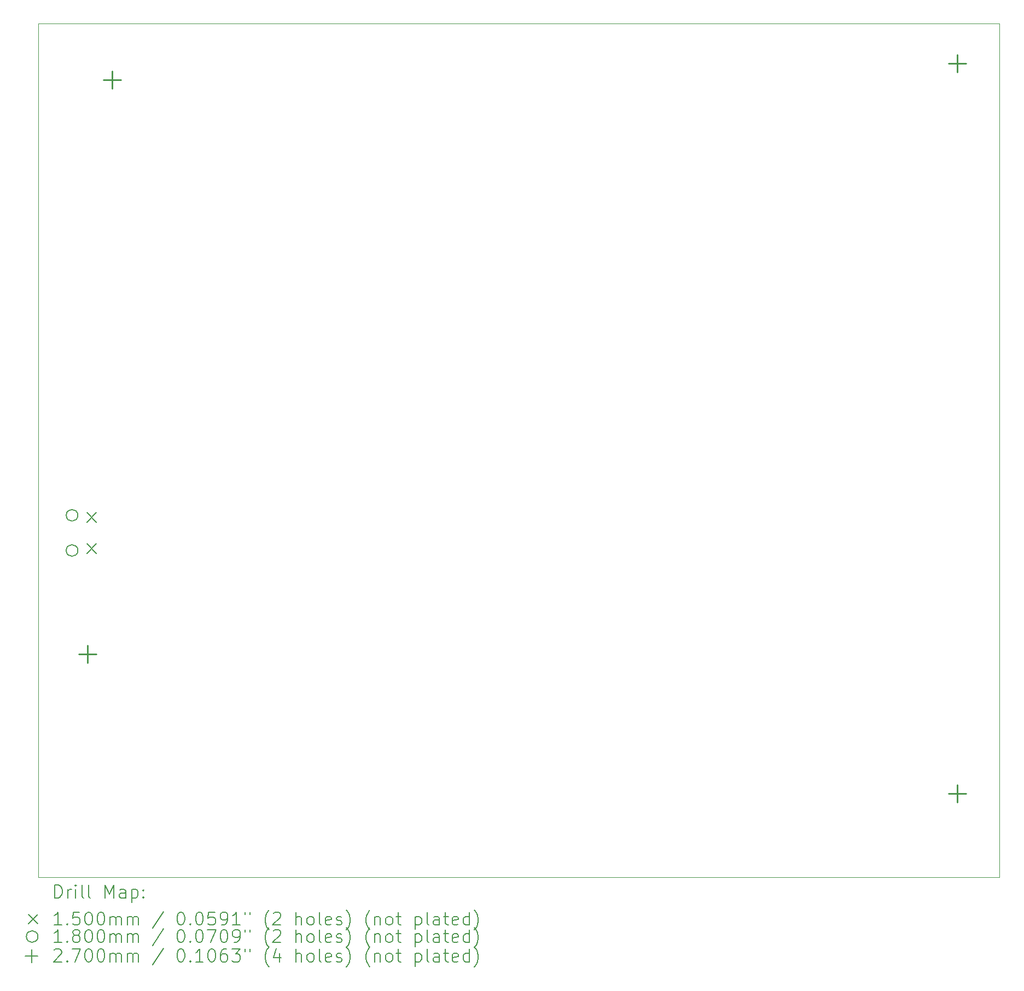
<source format=gbr>
%TF.GenerationSoftware,KiCad,Pcbnew,8.0.0*%
%TF.CreationDate,2024-03-08T17:43:32-03:00*%
%TF.ProjectId,usbflashprog,75736266-6c61-4736-9870-726f672e6b69,v0.3.0 rev.A*%
%TF.SameCoordinates,Original*%
%TF.FileFunction,Drillmap*%
%TF.FilePolarity,Positive*%
%FSLAX45Y45*%
G04 Gerber Fmt 4.5, Leading zero omitted, Abs format (unit mm)*
G04 Created by KiCad (PCBNEW 8.0.0) date 2024-03-08 17:43:32*
%MOMM*%
%LPD*%
G01*
G04 APERTURE LIST*
%ADD10C,0.100000*%
%ADD11C,0.200000*%
%ADD12C,0.150000*%
%ADD13C,0.180000*%
%ADD14C,0.270000*%
G04 APERTURE END LIST*
D10*
X6477500Y-2431400D02*
X21354500Y-2431400D01*
X21354500Y-15647400D01*
X6477500Y-15647400D01*
X6477500Y-2431400D01*
D11*
D12*
X7228000Y-9995900D02*
X7378000Y-10145900D01*
X7378000Y-9995900D02*
X7228000Y-10145900D01*
X7228000Y-10480900D02*
X7378000Y-10630900D01*
X7378000Y-10480900D02*
X7228000Y-10630900D01*
D13*
X7090000Y-10040900D02*
G75*
G02*
X6910000Y-10040900I-90000J0D01*
G01*
X6910000Y-10040900D02*
G75*
G02*
X7090000Y-10040900I90000J0D01*
G01*
X7090000Y-10585900D02*
G75*
G02*
X6910000Y-10585900I-90000J0D01*
G01*
X6910000Y-10585900D02*
G75*
G02*
X7090000Y-10585900I90000J0D01*
G01*
D14*
X7239000Y-12057000D02*
X7239000Y-12327000D01*
X7104000Y-12192000D02*
X7374000Y-12192000D01*
X7620000Y-3167000D02*
X7620000Y-3437000D01*
X7485000Y-3302000D02*
X7755000Y-3302000D01*
X20701000Y-2913000D02*
X20701000Y-3183000D01*
X20566000Y-3048000D02*
X20836000Y-3048000D01*
X20701000Y-14216000D02*
X20701000Y-14486000D01*
X20566000Y-14351000D02*
X20836000Y-14351000D01*
D11*
X6733277Y-15963884D02*
X6733277Y-15763884D01*
X6733277Y-15763884D02*
X6780896Y-15763884D01*
X6780896Y-15763884D02*
X6809467Y-15773408D01*
X6809467Y-15773408D02*
X6828515Y-15792455D01*
X6828515Y-15792455D02*
X6838039Y-15811503D01*
X6838039Y-15811503D02*
X6847562Y-15849598D01*
X6847562Y-15849598D02*
X6847562Y-15878169D01*
X6847562Y-15878169D02*
X6838039Y-15916265D01*
X6838039Y-15916265D02*
X6828515Y-15935312D01*
X6828515Y-15935312D02*
X6809467Y-15954360D01*
X6809467Y-15954360D02*
X6780896Y-15963884D01*
X6780896Y-15963884D02*
X6733277Y-15963884D01*
X6933277Y-15963884D02*
X6933277Y-15830550D01*
X6933277Y-15868646D02*
X6942801Y-15849598D01*
X6942801Y-15849598D02*
X6952324Y-15840074D01*
X6952324Y-15840074D02*
X6971372Y-15830550D01*
X6971372Y-15830550D02*
X6990420Y-15830550D01*
X7057086Y-15963884D02*
X7057086Y-15830550D01*
X7057086Y-15763884D02*
X7047562Y-15773408D01*
X7047562Y-15773408D02*
X7057086Y-15782931D01*
X7057086Y-15782931D02*
X7066610Y-15773408D01*
X7066610Y-15773408D02*
X7057086Y-15763884D01*
X7057086Y-15763884D02*
X7057086Y-15782931D01*
X7180896Y-15963884D02*
X7161848Y-15954360D01*
X7161848Y-15954360D02*
X7152324Y-15935312D01*
X7152324Y-15935312D02*
X7152324Y-15763884D01*
X7285658Y-15963884D02*
X7266610Y-15954360D01*
X7266610Y-15954360D02*
X7257086Y-15935312D01*
X7257086Y-15935312D02*
X7257086Y-15763884D01*
X7514229Y-15963884D02*
X7514229Y-15763884D01*
X7514229Y-15763884D02*
X7580896Y-15906741D01*
X7580896Y-15906741D02*
X7647562Y-15763884D01*
X7647562Y-15763884D02*
X7647562Y-15963884D01*
X7828515Y-15963884D02*
X7828515Y-15859122D01*
X7828515Y-15859122D02*
X7818991Y-15840074D01*
X7818991Y-15840074D02*
X7799943Y-15830550D01*
X7799943Y-15830550D02*
X7761848Y-15830550D01*
X7761848Y-15830550D02*
X7742801Y-15840074D01*
X7828515Y-15954360D02*
X7809467Y-15963884D01*
X7809467Y-15963884D02*
X7761848Y-15963884D01*
X7761848Y-15963884D02*
X7742801Y-15954360D01*
X7742801Y-15954360D02*
X7733277Y-15935312D01*
X7733277Y-15935312D02*
X7733277Y-15916265D01*
X7733277Y-15916265D02*
X7742801Y-15897217D01*
X7742801Y-15897217D02*
X7761848Y-15887693D01*
X7761848Y-15887693D02*
X7809467Y-15887693D01*
X7809467Y-15887693D02*
X7828515Y-15878169D01*
X7923753Y-15830550D02*
X7923753Y-16030550D01*
X7923753Y-15840074D02*
X7942801Y-15830550D01*
X7942801Y-15830550D02*
X7980896Y-15830550D01*
X7980896Y-15830550D02*
X7999943Y-15840074D01*
X7999943Y-15840074D02*
X8009467Y-15849598D01*
X8009467Y-15849598D02*
X8018991Y-15868646D01*
X8018991Y-15868646D02*
X8018991Y-15925788D01*
X8018991Y-15925788D02*
X8009467Y-15944836D01*
X8009467Y-15944836D02*
X7999943Y-15954360D01*
X7999943Y-15954360D02*
X7980896Y-15963884D01*
X7980896Y-15963884D02*
X7942801Y-15963884D01*
X7942801Y-15963884D02*
X7923753Y-15954360D01*
X8104705Y-15944836D02*
X8114229Y-15954360D01*
X8114229Y-15954360D02*
X8104705Y-15963884D01*
X8104705Y-15963884D02*
X8095182Y-15954360D01*
X8095182Y-15954360D02*
X8104705Y-15944836D01*
X8104705Y-15944836D02*
X8104705Y-15963884D01*
X8104705Y-15840074D02*
X8114229Y-15849598D01*
X8114229Y-15849598D02*
X8104705Y-15859122D01*
X8104705Y-15859122D02*
X8095182Y-15849598D01*
X8095182Y-15849598D02*
X8104705Y-15840074D01*
X8104705Y-15840074D02*
X8104705Y-15859122D01*
D12*
X6322500Y-16217400D02*
X6472500Y-16367400D01*
X6472500Y-16217400D02*
X6322500Y-16367400D01*
D11*
X6838039Y-16383884D02*
X6723753Y-16383884D01*
X6780896Y-16383884D02*
X6780896Y-16183884D01*
X6780896Y-16183884D02*
X6761848Y-16212455D01*
X6761848Y-16212455D02*
X6742801Y-16231503D01*
X6742801Y-16231503D02*
X6723753Y-16241027D01*
X6923753Y-16364836D02*
X6933277Y-16374360D01*
X6933277Y-16374360D02*
X6923753Y-16383884D01*
X6923753Y-16383884D02*
X6914229Y-16374360D01*
X6914229Y-16374360D02*
X6923753Y-16364836D01*
X6923753Y-16364836D02*
X6923753Y-16383884D01*
X7114229Y-16183884D02*
X7018991Y-16183884D01*
X7018991Y-16183884D02*
X7009467Y-16279122D01*
X7009467Y-16279122D02*
X7018991Y-16269598D01*
X7018991Y-16269598D02*
X7038039Y-16260074D01*
X7038039Y-16260074D02*
X7085658Y-16260074D01*
X7085658Y-16260074D02*
X7104705Y-16269598D01*
X7104705Y-16269598D02*
X7114229Y-16279122D01*
X7114229Y-16279122D02*
X7123753Y-16298169D01*
X7123753Y-16298169D02*
X7123753Y-16345788D01*
X7123753Y-16345788D02*
X7114229Y-16364836D01*
X7114229Y-16364836D02*
X7104705Y-16374360D01*
X7104705Y-16374360D02*
X7085658Y-16383884D01*
X7085658Y-16383884D02*
X7038039Y-16383884D01*
X7038039Y-16383884D02*
X7018991Y-16374360D01*
X7018991Y-16374360D02*
X7009467Y-16364836D01*
X7247562Y-16183884D02*
X7266610Y-16183884D01*
X7266610Y-16183884D02*
X7285658Y-16193408D01*
X7285658Y-16193408D02*
X7295182Y-16202931D01*
X7295182Y-16202931D02*
X7304705Y-16221979D01*
X7304705Y-16221979D02*
X7314229Y-16260074D01*
X7314229Y-16260074D02*
X7314229Y-16307693D01*
X7314229Y-16307693D02*
X7304705Y-16345788D01*
X7304705Y-16345788D02*
X7295182Y-16364836D01*
X7295182Y-16364836D02*
X7285658Y-16374360D01*
X7285658Y-16374360D02*
X7266610Y-16383884D01*
X7266610Y-16383884D02*
X7247562Y-16383884D01*
X7247562Y-16383884D02*
X7228515Y-16374360D01*
X7228515Y-16374360D02*
X7218991Y-16364836D01*
X7218991Y-16364836D02*
X7209467Y-16345788D01*
X7209467Y-16345788D02*
X7199943Y-16307693D01*
X7199943Y-16307693D02*
X7199943Y-16260074D01*
X7199943Y-16260074D02*
X7209467Y-16221979D01*
X7209467Y-16221979D02*
X7218991Y-16202931D01*
X7218991Y-16202931D02*
X7228515Y-16193408D01*
X7228515Y-16193408D02*
X7247562Y-16183884D01*
X7438039Y-16183884D02*
X7457086Y-16183884D01*
X7457086Y-16183884D02*
X7476134Y-16193408D01*
X7476134Y-16193408D02*
X7485658Y-16202931D01*
X7485658Y-16202931D02*
X7495182Y-16221979D01*
X7495182Y-16221979D02*
X7504705Y-16260074D01*
X7504705Y-16260074D02*
X7504705Y-16307693D01*
X7504705Y-16307693D02*
X7495182Y-16345788D01*
X7495182Y-16345788D02*
X7485658Y-16364836D01*
X7485658Y-16364836D02*
X7476134Y-16374360D01*
X7476134Y-16374360D02*
X7457086Y-16383884D01*
X7457086Y-16383884D02*
X7438039Y-16383884D01*
X7438039Y-16383884D02*
X7418991Y-16374360D01*
X7418991Y-16374360D02*
X7409467Y-16364836D01*
X7409467Y-16364836D02*
X7399943Y-16345788D01*
X7399943Y-16345788D02*
X7390420Y-16307693D01*
X7390420Y-16307693D02*
X7390420Y-16260074D01*
X7390420Y-16260074D02*
X7399943Y-16221979D01*
X7399943Y-16221979D02*
X7409467Y-16202931D01*
X7409467Y-16202931D02*
X7418991Y-16193408D01*
X7418991Y-16193408D02*
X7438039Y-16183884D01*
X7590420Y-16383884D02*
X7590420Y-16250550D01*
X7590420Y-16269598D02*
X7599943Y-16260074D01*
X7599943Y-16260074D02*
X7618991Y-16250550D01*
X7618991Y-16250550D02*
X7647563Y-16250550D01*
X7647563Y-16250550D02*
X7666610Y-16260074D01*
X7666610Y-16260074D02*
X7676134Y-16279122D01*
X7676134Y-16279122D02*
X7676134Y-16383884D01*
X7676134Y-16279122D02*
X7685658Y-16260074D01*
X7685658Y-16260074D02*
X7704705Y-16250550D01*
X7704705Y-16250550D02*
X7733277Y-16250550D01*
X7733277Y-16250550D02*
X7752324Y-16260074D01*
X7752324Y-16260074D02*
X7761848Y-16279122D01*
X7761848Y-16279122D02*
X7761848Y-16383884D01*
X7857086Y-16383884D02*
X7857086Y-16250550D01*
X7857086Y-16269598D02*
X7866610Y-16260074D01*
X7866610Y-16260074D02*
X7885658Y-16250550D01*
X7885658Y-16250550D02*
X7914229Y-16250550D01*
X7914229Y-16250550D02*
X7933277Y-16260074D01*
X7933277Y-16260074D02*
X7942801Y-16279122D01*
X7942801Y-16279122D02*
X7942801Y-16383884D01*
X7942801Y-16279122D02*
X7952324Y-16260074D01*
X7952324Y-16260074D02*
X7971372Y-16250550D01*
X7971372Y-16250550D02*
X7999943Y-16250550D01*
X7999943Y-16250550D02*
X8018991Y-16260074D01*
X8018991Y-16260074D02*
X8028515Y-16279122D01*
X8028515Y-16279122D02*
X8028515Y-16383884D01*
X8418991Y-16174360D02*
X8247563Y-16431503D01*
X8676134Y-16183884D02*
X8695182Y-16183884D01*
X8695182Y-16183884D02*
X8714229Y-16193408D01*
X8714229Y-16193408D02*
X8723753Y-16202931D01*
X8723753Y-16202931D02*
X8733277Y-16221979D01*
X8733277Y-16221979D02*
X8742801Y-16260074D01*
X8742801Y-16260074D02*
X8742801Y-16307693D01*
X8742801Y-16307693D02*
X8733277Y-16345788D01*
X8733277Y-16345788D02*
X8723753Y-16364836D01*
X8723753Y-16364836D02*
X8714229Y-16374360D01*
X8714229Y-16374360D02*
X8695182Y-16383884D01*
X8695182Y-16383884D02*
X8676134Y-16383884D01*
X8676134Y-16383884D02*
X8657087Y-16374360D01*
X8657087Y-16374360D02*
X8647563Y-16364836D01*
X8647563Y-16364836D02*
X8638039Y-16345788D01*
X8638039Y-16345788D02*
X8628515Y-16307693D01*
X8628515Y-16307693D02*
X8628515Y-16260074D01*
X8628515Y-16260074D02*
X8638039Y-16221979D01*
X8638039Y-16221979D02*
X8647563Y-16202931D01*
X8647563Y-16202931D02*
X8657087Y-16193408D01*
X8657087Y-16193408D02*
X8676134Y-16183884D01*
X8828515Y-16364836D02*
X8838039Y-16374360D01*
X8838039Y-16374360D02*
X8828515Y-16383884D01*
X8828515Y-16383884D02*
X8818991Y-16374360D01*
X8818991Y-16374360D02*
X8828515Y-16364836D01*
X8828515Y-16364836D02*
X8828515Y-16383884D01*
X8961848Y-16183884D02*
X8980896Y-16183884D01*
X8980896Y-16183884D02*
X8999944Y-16193408D01*
X8999944Y-16193408D02*
X9009468Y-16202931D01*
X9009468Y-16202931D02*
X9018991Y-16221979D01*
X9018991Y-16221979D02*
X9028515Y-16260074D01*
X9028515Y-16260074D02*
X9028515Y-16307693D01*
X9028515Y-16307693D02*
X9018991Y-16345788D01*
X9018991Y-16345788D02*
X9009468Y-16364836D01*
X9009468Y-16364836D02*
X8999944Y-16374360D01*
X8999944Y-16374360D02*
X8980896Y-16383884D01*
X8980896Y-16383884D02*
X8961848Y-16383884D01*
X8961848Y-16383884D02*
X8942801Y-16374360D01*
X8942801Y-16374360D02*
X8933277Y-16364836D01*
X8933277Y-16364836D02*
X8923753Y-16345788D01*
X8923753Y-16345788D02*
X8914229Y-16307693D01*
X8914229Y-16307693D02*
X8914229Y-16260074D01*
X8914229Y-16260074D02*
X8923753Y-16221979D01*
X8923753Y-16221979D02*
X8933277Y-16202931D01*
X8933277Y-16202931D02*
X8942801Y-16193408D01*
X8942801Y-16193408D02*
X8961848Y-16183884D01*
X9209468Y-16183884D02*
X9114229Y-16183884D01*
X9114229Y-16183884D02*
X9104706Y-16279122D01*
X9104706Y-16279122D02*
X9114229Y-16269598D01*
X9114229Y-16269598D02*
X9133277Y-16260074D01*
X9133277Y-16260074D02*
X9180896Y-16260074D01*
X9180896Y-16260074D02*
X9199944Y-16269598D01*
X9199944Y-16269598D02*
X9209468Y-16279122D01*
X9209468Y-16279122D02*
X9218991Y-16298169D01*
X9218991Y-16298169D02*
X9218991Y-16345788D01*
X9218991Y-16345788D02*
X9209468Y-16364836D01*
X9209468Y-16364836D02*
X9199944Y-16374360D01*
X9199944Y-16374360D02*
X9180896Y-16383884D01*
X9180896Y-16383884D02*
X9133277Y-16383884D01*
X9133277Y-16383884D02*
X9114229Y-16374360D01*
X9114229Y-16374360D02*
X9104706Y-16364836D01*
X9314229Y-16383884D02*
X9352325Y-16383884D01*
X9352325Y-16383884D02*
X9371372Y-16374360D01*
X9371372Y-16374360D02*
X9380896Y-16364836D01*
X9380896Y-16364836D02*
X9399944Y-16336265D01*
X9399944Y-16336265D02*
X9409468Y-16298169D01*
X9409468Y-16298169D02*
X9409468Y-16221979D01*
X9409468Y-16221979D02*
X9399944Y-16202931D01*
X9399944Y-16202931D02*
X9390420Y-16193408D01*
X9390420Y-16193408D02*
X9371372Y-16183884D01*
X9371372Y-16183884D02*
X9333277Y-16183884D01*
X9333277Y-16183884D02*
X9314229Y-16193408D01*
X9314229Y-16193408D02*
X9304706Y-16202931D01*
X9304706Y-16202931D02*
X9295182Y-16221979D01*
X9295182Y-16221979D02*
X9295182Y-16269598D01*
X9295182Y-16269598D02*
X9304706Y-16288646D01*
X9304706Y-16288646D02*
X9314229Y-16298169D01*
X9314229Y-16298169D02*
X9333277Y-16307693D01*
X9333277Y-16307693D02*
X9371372Y-16307693D01*
X9371372Y-16307693D02*
X9390420Y-16298169D01*
X9390420Y-16298169D02*
X9399944Y-16288646D01*
X9399944Y-16288646D02*
X9409468Y-16269598D01*
X9599944Y-16383884D02*
X9485658Y-16383884D01*
X9542801Y-16383884D02*
X9542801Y-16183884D01*
X9542801Y-16183884D02*
X9523753Y-16212455D01*
X9523753Y-16212455D02*
X9504706Y-16231503D01*
X9504706Y-16231503D02*
X9485658Y-16241027D01*
X9676134Y-16183884D02*
X9676134Y-16221979D01*
X9752325Y-16183884D02*
X9752325Y-16221979D01*
X10047563Y-16460074D02*
X10038039Y-16450550D01*
X10038039Y-16450550D02*
X10018991Y-16421979D01*
X10018991Y-16421979D02*
X10009468Y-16402931D01*
X10009468Y-16402931D02*
X9999944Y-16374360D01*
X9999944Y-16374360D02*
X9990420Y-16326741D01*
X9990420Y-16326741D02*
X9990420Y-16288646D01*
X9990420Y-16288646D02*
X9999944Y-16241027D01*
X9999944Y-16241027D02*
X10009468Y-16212455D01*
X10009468Y-16212455D02*
X10018991Y-16193408D01*
X10018991Y-16193408D02*
X10038039Y-16164836D01*
X10038039Y-16164836D02*
X10047563Y-16155312D01*
X10114230Y-16202931D02*
X10123753Y-16193408D01*
X10123753Y-16193408D02*
X10142801Y-16183884D01*
X10142801Y-16183884D02*
X10190420Y-16183884D01*
X10190420Y-16183884D02*
X10209468Y-16193408D01*
X10209468Y-16193408D02*
X10218991Y-16202931D01*
X10218991Y-16202931D02*
X10228515Y-16221979D01*
X10228515Y-16221979D02*
X10228515Y-16241027D01*
X10228515Y-16241027D02*
X10218991Y-16269598D01*
X10218991Y-16269598D02*
X10104706Y-16383884D01*
X10104706Y-16383884D02*
X10228515Y-16383884D01*
X10466611Y-16383884D02*
X10466611Y-16183884D01*
X10552325Y-16383884D02*
X10552325Y-16279122D01*
X10552325Y-16279122D02*
X10542801Y-16260074D01*
X10542801Y-16260074D02*
X10523753Y-16250550D01*
X10523753Y-16250550D02*
X10495182Y-16250550D01*
X10495182Y-16250550D02*
X10476134Y-16260074D01*
X10476134Y-16260074D02*
X10466611Y-16269598D01*
X10676134Y-16383884D02*
X10657087Y-16374360D01*
X10657087Y-16374360D02*
X10647563Y-16364836D01*
X10647563Y-16364836D02*
X10638039Y-16345788D01*
X10638039Y-16345788D02*
X10638039Y-16288646D01*
X10638039Y-16288646D02*
X10647563Y-16269598D01*
X10647563Y-16269598D02*
X10657087Y-16260074D01*
X10657087Y-16260074D02*
X10676134Y-16250550D01*
X10676134Y-16250550D02*
X10704706Y-16250550D01*
X10704706Y-16250550D02*
X10723753Y-16260074D01*
X10723753Y-16260074D02*
X10733277Y-16269598D01*
X10733277Y-16269598D02*
X10742801Y-16288646D01*
X10742801Y-16288646D02*
X10742801Y-16345788D01*
X10742801Y-16345788D02*
X10733277Y-16364836D01*
X10733277Y-16364836D02*
X10723753Y-16374360D01*
X10723753Y-16374360D02*
X10704706Y-16383884D01*
X10704706Y-16383884D02*
X10676134Y-16383884D01*
X10857087Y-16383884D02*
X10838039Y-16374360D01*
X10838039Y-16374360D02*
X10828515Y-16355312D01*
X10828515Y-16355312D02*
X10828515Y-16183884D01*
X11009468Y-16374360D02*
X10990420Y-16383884D01*
X10990420Y-16383884D02*
X10952325Y-16383884D01*
X10952325Y-16383884D02*
X10933277Y-16374360D01*
X10933277Y-16374360D02*
X10923753Y-16355312D01*
X10923753Y-16355312D02*
X10923753Y-16279122D01*
X10923753Y-16279122D02*
X10933277Y-16260074D01*
X10933277Y-16260074D02*
X10952325Y-16250550D01*
X10952325Y-16250550D02*
X10990420Y-16250550D01*
X10990420Y-16250550D02*
X11009468Y-16260074D01*
X11009468Y-16260074D02*
X11018992Y-16279122D01*
X11018992Y-16279122D02*
X11018992Y-16298169D01*
X11018992Y-16298169D02*
X10923753Y-16317217D01*
X11095182Y-16374360D02*
X11114230Y-16383884D01*
X11114230Y-16383884D02*
X11152325Y-16383884D01*
X11152325Y-16383884D02*
X11171373Y-16374360D01*
X11171373Y-16374360D02*
X11180896Y-16355312D01*
X11180896Y-16355312D02*
X11180896Y-16345788D01*
X11180896Y-16345788D02*
X11171373Y-16326741D01*
X11171373Y-16326741D02*
X11152325Y-16317217D01*
X11152325Y-16317217D02*
X11123753Y-16317217D01*
X11123753Y-16317217D02*
X11104706Y-16307693D01*
X11104706Y-16307693D02*
X11095182Y-16288646D01*
X11095182Y-16288646D02*
X11095182Y-16279122D01*
X11095182Y-16279122D02*
X11104706Y-16260074D01*
X11104706Y-16260074D02*
X11123753Y-16250550D01*
X11123753Y-16250550D02*
X11152325Y-16250550D01*
X11152325Y-16250550D02*
X11171373Y-16260074D01*
X11247563Y-16460074D02*
X11257087Y-16450550D01*
X11257087Y-16450550D02*
X11276134Y-16421979D01*
X11276134Y-16421979D02*
X11285658Y-16402931D01*
X11285658Y-16402931D02*
X11295182Y-16374360D01*
X11295182Y-16374360D02*
X11304706Y-16326741D01*
X11304706Y-16326741D02*
X11304706Y-16288646D01*
X11304706Y-16288646D02*
X11295182Y-16241027D01*
X11295182Y-16241027D02*
X11285658Y-16212455D01*
X11285658Y-16212455D02*
X11276134Y-16193408D01*
X11276134Y-16193408D02*
X11257087Y-16164836D01*
X11257087Y-16164836D02*
X11247563Y-16155312D01*
X11609468Y-16460074D02*
X11599944Y-16450550D01*
X11599944Y-16450550D02*
X11580896Y-16421979D01*
X11580896Y-16421979D02*
X11571372Y-16402931D01*
X11571372Y-16402931D02*
X11561849Y-16374360D01*
X11561849Y-16374360D02*
X11552325Y-16326741D01*
X11552325Y-16326741D02*
X11552325Y-16288646D01*
X11552325Y-16288646D02*
X11561849Y-16241027D01*
X11561849Y-16241027D02*
X11571372Y-16212455D01*
X11571372Y-16212455D02*
X11580896Y-16193408D01*
X11580896Y-16193408D02*
X11599944Y-16164836D01*
X11599944Y-16164836D02*
X11609468Y-16155312D01*
X11685658Y-16250550D02*
X11685658Y-16383884D01*
X11685658Y-16269598D02*
X11695182Y-16260074D01*
X11695182Y-16260074D02*
X11714230Y-16250550D01*
X11714230Y-16250550D02*
X11742801Y-16250550D01*
X11742801Y-16250550D02*
X11761849Y-16260074D01*
X11761849Y-16260074D02*
X11771372Y-16279122D01*
X11771372Y-16279122D02*
X11771372Y-16383884D01*
X11895182Y-16383884D02*
X11876134Y-16374360D01*
X11876134Y-16374360D02*
X11866611Y-16364836D01*
X11866611Y-16364836D02*
X11857087Y-16345788D01*
X11857087Y-16345788D02*
X11857087Y-16288646D01*
X11857087Y-16288646D02*
X11866611Y-16269598D01*
X11866611Y-16269598D02*
X11876134Y-16260074D01*
X11876134Y-16260074D02*
X11895182Y-16250550D01*
X11895182Y-16250550D02*
X11923753Y-16250550D01*
X11923753Y-16250550D02*
X11942801Y-16260074D01*
X11942801Y-16260074D02*
X11952325Y-16269598D01*
X11952325Y-16269598D02*
X11961849Y-16288646D01*
X11961849Y-16288646D02*
X11961849Y-16345788D01*
X11961849Y-16345788D02*
X11952325Y-16364836D01*
X11952325Y-16364836D02*
X11942801Y-16374360D01*
X11942801Y-16374360D02*
X11923753Y-16383884D01*
X11923753Y-16383884D02*
X11895182Y-16383884D01*
X12018992Y-16250550D02*
X12095182Y-16250550D01*
X12047563Y-16183884D02*
X12047563Y-16355312D01*
X12047563Y-16355312D02*
X12057087Y-16374360D01*
X12057087Y-16374360D02*
X12076134Y-16383884D01*
X12076134Y-16383884D02*
X12095182Y-16383884D01*
X12314230Y-16250550D02*
X12314230Y-16450550D01*
X12314230Y-16260074D02*
X12333277Y-16250550D01*
X12333277Y-16250550D02*
X12371373Y-16250550D01*
X12371373Y-16250550D02*
X12390420Y-16260074D01*
X12390420Y-16260074D02*
X12399944Y-16269598D01*
X12399944Y-16269598D02*
X12409468Y-16288646D01*
X12409468Y-16288646D02*
X12409468Y-16345788D01*
X12409468Y-16345788D02*
X12399944Y-16364836D01*
X12399944Y-16364836D02*
X12390420Y-16374360D01*
X12390420Y-16374360D02*
X12371373Y-16383884D01*
X12371373Y-16383884D02*
X12333277Y-16383884D01*
X12333277Y-16383884D02*
X12314230Y-16374360D01*
X12523753Y-16383884D02*
X12504706Y-16374360D01*
X12504706Y-16374360D02*
X12495182Y-16355312D01*
X12495182Y-16355312D02*
X12495182Y-16183884D01*
X12685658Y-16383884D02*
X12685658Y-16279122D01*
X12685658Y-16279122D02*
X12676134Y-16260074D01*
X12676134Y-16260074D02*
X12657087Y-16250550D01*
X12657087Y-16250550D02*
X12618992Y-16250550D01*
X12618992Y-16250550D02*
X12599944Y-16260074D01*
X12685658Y-16374360D02*
X12666611Y-16383884D01*
X12666611Y-16383884D02*
X12618992Y-16383884D01*
X12618992Y-16383884D02*
X12599944Y-16374360D01*
X12599944Y-16374360D02*
X12590420Y-16355312D01*
X12590420Y-16355312D02*
X12590420Y-16336265D01*
X12590420Y-16336265D02*
X12599944Y-16317217D01*
X12599944Y-16317217D02*
X12618992Y-16307693D01*
X12618992Y-16307693D02*
X12666611Y-16307693D01*
X12666611Y-16307693D02*
X12685658Y-16298169D01*
X12752325Y-16250550D02*
X12828515Y-16250550D01*
X12780896Y-16183884D02*
X12780896Y-16355312D01*
X12780896Y-16355312D02*
X12790420Y-16374360D01*
X12790420Y-16374360D02*
X12809468Y-16383884D01*
X12809468Y-16383884D02*
X12828515Y-16383884D01*
X12971373Y-16374360D02*
X12952325Y-16383884D01*
X12952325Y-16383884D02*
X12914230Y-16383884D01*
X12914230Y-16383884D02*
X12895182Y-16374360D01*
X12895182Y-16374360D02*
X12885658Y-16355312D01*
X12885658Y-16355312D02*
X12885658Y-16279122D01*
X12885658Y-16279122D02*
X12895182Y-16260074D01*
X12895182Y-16260074D02*
X12914230Y-16250550D01*
X12914230Y-16250550D02*
X12952325Y-16250550D01*
X12952325Y-16250550D02*
X12971373Y-16260074D01*
X12971373Y-16260074D02*
X12980896Y-16279122D01*
X12980896Y-16279122D02*
X12980896Y-16298169D01*
X12980896Y-16298169D02*
X12885658Y-16317217D01*
X13152325Y-16383884D02*
X13152325Y-16183884D01*
X13152325Y-16374360D02*
X13133277Y-16383884D01*
X13133277Y-16383884D02*
X13095182Y-16383884D01*
X13095182Y-16383884D02*
X13076134Y-16374360D01*
X13076134Y-16374360D02*
X13066611Y-16364836D01*
X13066611Y-16364836D02*
X13057087Y-16345788D01*
X13057087Y-16345788D02*
X13057087Y-16288646D01*
X13057087Y-16288646D02*
X13066611Y-16269598D01*
X13066611Y-16269598D02*
X13076134Y-16260074D01*
X13076134Y-16260074D02*
X13095182Y-16250550D01*
X13095182Y-16250550D02*
X13133277Y-16250550D01*
X13133277Y-16250550D02*
X13152325Y-16260074D01*
X13228515Y-16460074D02*
X13238039Y-16450550D01*
X13238039Y-16450550D02*
X13257087Y-16421979D01*
X13257087Y-16421979D02*
X13266611Y-16402931D01*
X13266611Y-16402931D02*
X13276134Y-16374360D01*
X13276134Y-16374360D02*
X13285658Y-16326741D01*
X13285658Y-16326741D02*
X13285658Y-16288646D01*
X13285658Y-16288646D02*
X13276134Y-16241027D01*
X13276134Y-16241027D02*
X13266611Y-16212455D01*
X13266611Y-16212455D02*
X13257087Y-16193408D01*
X13257087Y-16193408D02*
X13238039Y-16164836D01*
X13238039Y-16164836D02*
X13228515Y-16155312D01*
D13*
X6472500Y-16562400D02*
G75*
G02*
X6292500Y-16562400I-90000J0D01*
G01*
X6292500Y-16562400D02*
G75*
G02*
X6472500Y-16562400I90000J0D01*
G01*
D11*
X6838039Y-16653884D02*
X6723753Y-16653884D01*
X6780896Y-16653884D02*
X6780896Y-16453884D01*
X6780896Y-16453884D02*
X6761848Y-16482455D01*
X6761848Y-16482455D02*
X6742801Y-16501503D01*
X6742801Y-16501503D02*
X6723753Y-16511027D01*
X6923753Y-16634836D02*
X6933277Y-16644360D01*
X6933277Y-16644360D02*
X6923753Y-16653884D01*
X6923753Y-16653884D02*
X6914229Y-16644360D01*
X6914229Y-16644360D02*
X6923753Y-16634836D01*
X6923753Y-16634836D02*
X6923753Y-16653884D01*
X7047562Y-16539598D02*
X7028515Y-16530074D01*
X7028515Y-16530074D02*
X7018991Y-16520550D01*
X7018991Y-16520550D02*
X7009467Y-16501503D01*
X7009467Y-16501503D02*
X7009467Y-16491979D01*
X7009467Y-16491979D02*
X7018991Y-16472931D01*
X7018991Y-16472931D02*
X7028515Y-16463408D01*
X7028515Y-16463408D02*
X7047562Y-16453884D01*
X7047562Y-16453884D02*
X7085658Y-16453884D01*
X7085658Y-16453884D02*
X7104705Y-16463408D01*
X7104705Y-16463408D02*
X7114229Y-16472931D01*
X7114229Y-16472931D02*
X7123753Y-16491979D01*
X7123753Y-16491979D02*
X7123753Y-16501503D01*
X7123753Y-16501503D02*
X7114229Y-16520550D01*
X7114229Y-16520550D02*
X7104705Y-16530074D01*
X7104705Y-16530074D02*
X7085658Y-16539598D01*
X7085658Y-16539598D02*
X7047562Y-16539598D01*
X7047562Y-16539598D02*
X7028515Y-16549122D01*
X7028515Y-16549122D02*
X7018991Y-16558646D01*
X7018991Y-16558646D02*
X7009467Y-16577693D01*
X7009467Y-16577693D02*
X7009467Y-16615788D01*
X7009467Y-16615788D02*
X7018991Y-16634836D01*
X7018991Y-16634836D02*
X7028515Y-16644360D01*
X7028515Y-16644360D02*
X7047562Y-16653884D01*
X7047562Y-16653884D02*
X7085658Y-16653884D01*
X7085658Y-16653884D02*
X7104705Y-16644360D01*
X7104705Y-16644360D02*
X7114229Y-16634836D01*
X7114229Y-16634836D02*
X7123753Y-16615788D01*
X7123753Y-16615788D02*
X7123753Y-16577693D01*
X7123753Y-16577693D02*
X7114229Y-16558646D01*
X7114229Y-16558646D02*
X7104705Y-16549122D01*
X7104705Y-16549122D02*
X7085658Y-16539598D01*
X7247562Y-16453884D02*
X7266610Y-16453884D01*
X7266610Y-16453884D02*
X7285658Y-16463408D01*
X7285658Y-16463408D02*
X7295182Y-16472931D01*
X7295182Y-16472931D02*
X7304705Y-16491979D01*
X7304705Y-16491979D02*
X7314229Y-16530074D01*
X7314229Y-16530074D02*
X7314229Y-16577693D01*
X7314229Y-16577693D02*
X7304705Y-16615788D01*
X7304705Y-16615788D02*
X7295182Y-16634836D01*
X7295182Y-16634836D02*
X7285658Y-16644360D01*
X7285658Y-16644360D02*
X7266610Y-16653884D01*
X7266610Y-16653884D02*
X7247562Y-16653884D01*
X7247562Y-16653884D02*
X7228515Y-16644360D01*
X7228515Y-16644360D02*
X7218991Y-16634836D01*
X7218991Y-16634836D02*
X7209467Y-16615788D01*
X7209467Y-16615788D02*
X7199943Y-16577693D01*
X7199943Y-16577693D02*
X7199943Y-16530074D01*
X7199943Y-16530074D02*
X7209467Y-16491979D01*
X7209467Y-16491979D02*
X7218991Y-16472931D01*
X7218991Y-16472931D02*
X7228515Y-16463408D01*
X7228515Y-16463408D02*
X7247562Y-16453884D01*
X7438039Y-16453884D02*
X7457086Y-16453884D01*
X7457086Y-16453884D02*
X7476134Y-16463408D01*
X7476134Y-16463408D02*
X7485658Y-16472931D01*
X7485658Y-16472931D02*
X7495182Y-16491979D01*
X7495182Y-16491979D02*
X7504705Y-16530074D01*
X7504705Y-16530074D02*
X7504705Y-16577693D01*
X7504705Y-16577693D02*
X7495182Y-16615788D01*
X7495182Y-16615788D02*
X7485658Y-16634836D01*
X7485658Y-16634836D02*
X7476134Y-16644360D01*
X7476134Y-16644360D02*
X7457086Y-16653884D01*
X7457086Y-16653884D02*
X7438039Y-16653884D01*
X7438039Y-16653884D02*
X7418991Y-16644360D01*
X7418991Y-16644360D02*
X7409467Y-16634836D01*
X7409467Y-16634836D02*
X7399943Y-16615788D01*
X7399943Y-16615788D02*
X7390420Y-16577693D01*
X7390420Y-16577693D02*
X7390420Y-16530074D01*
X7390420Y-16530074D02*
X7399943Y-16491979D01*
X7399943Y-16491979D02*
X7409467Y-16472931D01*
X7409467Y-16472931D02*
X7418991Y-16463408D01*
X7418991Y-16463408D02*
X7438039Y-16453884D01*
X7590420Y-16653884D02*
X7590420Y-16520550D01*
X7590420Y-16539598D02*
X7599943Y-16530074D01*
X7599943Y-16530074D02*
X7618991Y-16520550D01*
X7618991Y-16520550D02*
X7647563Y-16520550D01*
X7647563Y-16520550D02*
X7666610Y-16530074D01*
X7666610Y-16530074D02*
X7676134Y-16549122D01*
X7676134Y-16549122D02*
X7676134Y-16653884D01*
X7676134Y-16549122D02*
X7685658Y-16530074D01*
X7685658Y-16530074D02*
X7704705Y-16520550D01*
X7704705Y-16520550D02*
X7733277Y-16520550D01*
X7733277Y-16520550D02*
X7752324Y-16530074D01*
X7752324Y-16530074D02*
X7761848Y-16549122D01*
X7761848Y-16549122D02*
X7761848Y-16653884D01*
X7857086Y-16653884D02*
X7857086Y-16520550D01*
X7857086Y-16539598D02*
X7866610Y-16530074D01*
X7866610Y-16530074D02*
X7885658Y-16520550D01*
X7885658Y-16520550D02*
X7914229Y-16520550D01*
X7914229Y-16520550D02*
X7933277Y-16530074D01*
X7933277Y-16530074D02*
X7942801Y-16549122D01*
X7942801Y-16549122D02*
X7942801Y-16653884D01*
X7942801Y-16549122D02*
X7952324Y-16530074D01*
X7952324Y-16530074D02*
X7971372Y-16520550D01*
X7971372Y-16520550D02*
X7999943Y-16520550D01*
X7999943Y-16520550D02*
X8018991Y-16530074D01*
X8018991Y-16530074D02*
X8028515Y-16549122D01*
X8028515Y-16549122D02*
X8028515Y-16653884D01*
X8418991Y-16444360D02*
X8247563Y-16701503D01*
X8676134Y-16453884D02*
X8695182Y-16453884D01*
X8695182Y-16453884D02*
X8714229Y-16463408D01*
X8714229Y-16463408D02*
X8723753Y-16472931D01*
X8723753Y-16472931D02*
X8733277Y-16491979D01*
X8733277Y-16491979D02*
X8742801Y-16530074D01*
X8742801Y-16530074D02*
X8742801Y-16577693D01*
X8742801Y-16577693D02*
X8733277Y-16615788D01*
X8733277Y-16615788D02*
X8723753Y-16634836D01*
X8723753Y-16634836D02*
X8714229Y-16644360D01*
X8714229Y-16644360D02*
X8695182Y-16653884D01*
X8695182Y-16653884D02*
X8676134Y-16653884D01*
X8676134Y-16653884D02*
X8657087Y-16644360D01*
X8657087Y-16644360D02*
X8647563Y-16634836D01*
X8647563Y-16634836D02*
X8638039Y-16615788D01*
X8638039Y-16615788D02*
X8628515Y-16577693D01*
X8628515Y-16577693D02*
X8628515Y-16530074D01*
X8628515Y-16530074D02*
X8638039Y-16491979D01*
X8638039Y-16491979D02*
X8647563Y-16472931D01*
X8647563Y-16472931D02*
X8657087Y-16463408D01*
X8657087Y-16463408D02*
X8676134Y-16453884D01*
X8828515Y-16634836D02*
X8838039Y-16644360D01*
X8838039Y-16644360D02*
X8828515Y-16653884D01*
X8828515Y-16653884D02*
X8818991Y-16644360D01*
X8818991Y-16644360D02*
X8828515Y-16634836D01*
X8828515Y-16634836D02*
X8828515Y-16653884D01*
X8961848Y-16453884D02*
X8980896Y-16453884D01*
X8980896Y-16453884D02*
X8999944Y-16463408D01*
X8999944Y-16463408D02*
X9009468Y-16472931D01*
X9009468Y-16472931D02*
X9018991Y-16491979D01*
X9018991Y-16491979D02*
X9028515Y-16530074D01*
X9028515Y-16530074D02*
X9028515Y-16577693D01*
X9028515Y-16577693D02*
X9018991Y-16615788D01*
X9018991Y-16615788D02*
X9009468Y-16634836D01*
X9009468Y-16634836D02*
X8999944Y-16644360D01*
X8999944Y-16644360D02*
X8980896Y-16653884D01*
X8980896Y-16653884D02*
X8961848Y-16653884D01*
X8961848Y-16653884D02*
X8942801Y-16644360D01*
X8942801Y-16644360D02*
X8933277Y-16634836D01*
X8933277Y-16634836D02*
X8923753Y-16615788D01*
X8923753Y-16615788D02*
X8914229Y-16577693D01*
X8914229Y-16577693D02*
X8914229Y-16530074D01*
X8914229Y-16530074D02*
X8923753Y-16491979D01*
X8923753Y-16491979D02*
X8933277Y-16472931D01*
X8933277Y-16472931D02*
X8942801Y-16463408D01*
X8942801Y-16463408D02*
X8961848Y-16453884D01*
X9095182Y-16453884D02*
X9228515Y-16453884D01*
X9228515Y-16453884D02*
X9142801Y-16653884D01*
X9342801Y-16453884D02*
X9361849Y-16453884D01*
X9361849Y-16453884D02*
X9380896Y-16463408D01*
X9380896Y-16463408D02*
X9390420Y-16472931D01*
X9390420Y-16472931D02*
X9399944Y-16491979D01*
X9399944Y-16491979D02*
X9409468Y-16530074D01*
X9409468Y-16530074D02*
X9409468Y-16577693D01*
X9409468Y-16577693D02*
X9399944Y-16615788D01*
X9399944Y-16615788D02*
X9390420Y-16634836D01*
X9390420Y-16634836D02*
X9380896Y-16644360D01*
X9380896Y-16644360D02*
X9361849Y-16653884D01*
X9361849Y-16653884D02*
X9342801Y-16653884D01*
X9342801Y-16653884D02*
X9323753Y-16644360D01*
X9323753Y-16644360D02*
X9314229Y-16634836D01*
X9314229Y-16634836D02*
X9304706Y-16615788D01*
X9304706Y-16615788D02*
X9295182Y-16577693D01*
X9295182Y-16577693D02*
X9295182Y-16530074D01*
X9295182Y-16530074D02*
X9304706Y-16491979D01*
X9304706Y-16491979D02*
X9314229Y-16472931D01*
X9314229Y-16472931D02*
X9323753Y-16463408D01*
X9323753Y-16463408D02*
X9342801Y-16453884D01*
X9504706Y-16653884D02*
X9542801Y-16653884D01*
X9542801Y-16653884D02*
X9561849Y-16644360D01*
X9561849Y-16644360D02*
X9571372Y-16634836D01*
X9571372Y-16634836D02*
X9590420Y-16606265D01*
X9590420Y-16606265D02*
X9599944Y-16568169D01*
X9599944Y-16568169D02*
X9599944Y-16491979D01*
X9599944Y-16491979D02*
X9590420Y-16472931D01*
X9590420Y-16472931D02*
X9580896Y-16463408D01*
X9580896Y-16463408D02*
X9561849Y-16453884D01*
X9561849Y-16453884D02*
X9523753Y-16453884D01*
X9523753Y-16453884D02*
X9504706Y-16463408D01*
X9504706Y-16463408D02*
X9495182Y-16472931D01*
X9495182Y-16472931D02*
X9485658Y-16491979D01*
X9485658Y-16491979D02*
X9485658Y-16539598D01*
X9485658Y-16539598D02*
X9495182Y-16558646D01*
X9495182Y-16558646D02*
X9504706Y-16568169D01*
X9504706Y-16568169D02*
X9523753Y-16577693D01*
X9523753Y-16577693D02*
X9561849Y-16577693D01*
X9561849Y-16577693D02*
X9580896Y-16568169D01*
X9580896Y-16568169D02*
X9590420Y-16558646D01*
X9590420Y-16558646D02*
X9599944Y-16539598D01*
X9676134Y-16453884D02*
X9676134Y-16491979D01*
X9752325Y-16453884D02*
X9752325Y-16491979D01*
X10047563Y-16730074D02*
X10038039Y-16720550D01*
X10038039Y-16720550D02*
X10018991Y-16691979D01*
X10018991Y-16691979D02*
X10009468Y-16672931D01*
X10009468Y-16672931D02*
X9999944Y-16644360D01*
X9999944Y-16644360D02*
X9990420Y-16596741D01*
X9990420Y-16596741D02*
X9990420Y-16558646D01*
X9990420Y-16558646D02*
X9999944Y-16511027D01*
X9999944Y-16511027D02*
X10009468Y-16482455D01*
X10009468Y-16482455D02*
X10018991Y-16463408D01*
X10018991Y-16463408D02*
X10038039Y-16434836D01*
X10038039Y-16434836D02*
X10047563Y-16425312D01*
X10114230Y-16472931D02*
X10123753Y-16463408D01*
X10123753Y-16463408D02*
X10142801Y-16453884D01*
X10142801Y-16453884D02*
X10190420Y-16453884D01*
X10190420Y-16453884D02*
X10209468Y-16463408D01*
X10209468Y-16463408D02*
X10218991Y-16472931D01*
X10218991Y-16472931D02*
X10228515Y-16491979D01*
X10228515Y-16491979D02*
X10228515Y-16511027D01*
X10228515Y-16511027D02*
X10218991Y-16539598D01*
X10218991Y-16539598D02*
X10104706Y-16653884D01*
X10104706Y-16653884D02*
X10228515Y-16653884D01*
X10466611Y-16653884D02*
X10466611Y-16453884D01*
X10552325Y-16653884D02*
X10552325Y-16549122D01*
X10552325Y-16549122D02*
X10542801Y-16530074D01*
X10542801Y-16530074D02*
X10523753Y-16520550D01*
X10523753Y-16520550D02*
X10495182Y-16520550D01*
X10495182Y-16520550D02*
X10476134Y-16530074D01*
X10476134Y-16530074D02*
X10466611Y-16539598D01*
X10676134Y-16653884D02*
X10657087Y-16644360D01*
X10657087Y-16644360D02*
X10647563Y-16634836D01*
X10647563Y-16634836D02*
X10638039Y-16615788D01*
X10638039Y-16615788D02*
X10638039Y-16558646D01*
X10638039Y-16558646D02*
X10647563Y-16539598D01*
X10647563Y-16539598D02*
X10657087Y-16530074D01*
X10657087Y-16530074D02*
X10676134Y-16520550D01*
X10676134Y-16520550D02*
X10704706Y-16520550D01*
X10704706Y-16520550D02*
X10723753Y-16530074D01*
X10723753Y-16530074D02*
X10733277Y-16539598D01*
X10733277Y-16539598D02*
X10742801Y-16558646D01*
X10742801Y-16558646D02*
X10742801Y-16615788D01*
X10742801Y-16615788D02*
X10733277Y-16634836D01*
X10733277Y-16634836D02*
X10723753Y-16644360D01*
X10723753Y-16644360D02*
X10704706Y-16653884D01*
X10704706Y-16653884D02*
X10676134Y-16653884D01*
X10857087Y-16653884D02*
X10838039Y-16644360D01*
X10838039Y-16644360D02*
X10828515Y-16625312D01*
X10828515Y-16625312D02*
X10828515Y-16453884D01*
X11009468Y-16644360D02*
X10990420Y-16653884D01*
X10990420Y-16653884D02*
X10952325Y-16653884D01*
X10952325Y-16653884D02*
X10933277Y-16644360D01*
X10933277Y-16644360D02*
X10923753Y-16625312D01*
X10923753Y-16625312D02*
X10923753Y-16549122D01*
X10923753Y-16549122D02*
X10933277Y-16530074D01*
X10933277Y-16530074D02*
X10952325Y-16520550D01*
X10952325Y-16520550D02*
X10990420Y-16520550D01*
X10990420Y-16520550D02*
X11009468Y-16530074D01*
X11009468Y-16530074D02*
X11018992Y-16549122D01*
X11018992Y-16549122D02*
X11018992Y-16568169D01*
X11018992Y-16568169D02*
X10923753Y-16587217D01*
X11095182Y-16644360D02*
X11114230Y-16653884D01*
X11114230Y-16653884D02*
X11152325Y-16653884D01*
X11152325Y-16653884D02*
X11171373Y-16644360D01*
X11171373Y-16644360D02*
X11180896Y-16625312D01*
X11180896Y-16625312D02*
X11180896Y-16615788D01*
X11180896Y-16615788D02*
X11171373Y-16596741D01*
X11171373Y-16596741D02*
X11152325Y-16587217D01*
X11152325Y-16587217D02*
X11123753Y-16587217D01*
X11123753Y-16587217D02*
X11104706Y-16577693D01*
X11104706Y-16577693D02*
X11095182Y-16558646D01*
X11095182Y-16558646D02*
X11095182Y-16549122D01*
X11095182Y-16549122D02*
X11104706Y-16530074D01*
X11104706Y-16530074D02*
X11123753Y-16520550D01*
X11123753Y-16520550D02*
X11152325Y-16520550D01*
X11152325Y-16520550D02*
X11171373Y-16530074D01*
X11247563Y-16730074D02*
X11257087Y-16720550D01*
X11257087Y-16720550D02*
X11276134Y-16691979D01*
X11276134Y-16691979D02*
X11285658Y-16672931D01*
X11285658Y-16672931D02*
X11295182Y-16644360D01*
X11295182Y-16644360D02*
X11304706Y-16596741D01*
X11304706Y-16596741D02*
X11304706Y-16558646D01*
X11304706Y-16558646D02*
X11295182Y-16511027D01*
X11295182Y-16511027D02*
X11285658Y-16482455D01*
X11285658Y-16482455D02*
X11276134Y-16463408D01*
X11276134Y-16463408D02*
X11257087Y-16434836D01*
X11257087Y-16434836D02*
X11247563Y-16425312D01*
X11609468Y-16730074D02*
X11599944Y-16720550D01*
X11599944Y-16720550D02*
X11580896Y-16691979D01*
X11580896Y-16691979D02*
X11571372Y-16672931D01*
X11571372Y-16672931D02*
X11561849Y-16644360D01*
X11561849Y-16644360D02*
X11552325Y-16596741D01*
X11552325Y-16596741D02*
X11552325Y-16558646D01*
X11552325Y-16558646D02*
X11561849Y-16511027D01*
X11561849Y-16511027D02*
X11571372Y-16482455D01*
X11571372Y-16482455D02*
X11580896Y-16463408D01*
X11580896Y-16463408D02*
X11599944Y-16434836D01*
X11599944Y-16434836D02*
X11609468Y-16425312D01*
X11685658Y-16520550D02*
X11685658Y-16653884D01*
X11685658Y-16539598D02*
X11695182Y-16530074D01*
X11695182Y-16530074D02*
X11714230Y-16520550D01*
X11714230Y-16520550D02*
X11742801Y-16520550D01*
X11742801Y-16520550D02*
X11761849Y-16530074D01*
X11761849Y-16530074D02*
X11771372Y-16549122D01*
X11771372Y-16549122D02*
X11771372Y-16653884D01*
X11895182Y-16653884D02*
X11876134Y-16644360D01*
X11876134Y-16644360D02*
X11866611Y-16634836D01*
X11866611Y-16634836D02*
X11857087Y-16615788D01*
X11857087Y-16615788D02*
X11857087Y-16558646D01*
X11857087Y-16558646D02*
X11866611Y-16539598D01*
X11866611Y-16539598D02*
X11876134Y-16530074D01*
X11876134Y-16530074D02*
X11895182Y-16520550D01*
X11895182Y-16520550D02*
X11923753Y-16520550D01*
X11923753Y-16520550D02*
X11942801Y-16530074D01*
X11942801Y-16530074D02*
X11952325Y-16539598D01*
X11952325Y-16539598D02*
X11961849Y-16558646D01*
X11961849Y-16558646D02*
X11961849Y-16615788D01*
X11961849Y-16615788D02*
X11952325Y-16634836D01*
X11952325Y-16634836D02*
X11942801Y-16644360D01*
X11942801Y-16644360D02*
X11923753Y-16653884D01*
X11923753Y-16653884D02*
X11895182Y-16653884D01*
X12018992Y-16520550D02*
X12095182Y-16520550D01*
X12047563Y-16453884D02*
X12047563Y-16625312D01*
X12047563Y-16625312D02*
X12057087Y-16644360D01*
X12057087Y-16644360D02*
X12076134Y-16653884D01*
X12076134Y-16653884D02*
X12095182Y-16653884D01*
X12314230Y-16520550D02*
X12314230Y-16720550D01*
X12314230Y-16530074D02*
X12333277Y-16520550D01*
X12333277Y-16520550D02*
X12371373Y-16520550D01*
X12371373Y-16520550D02*
X12390420Y-16530074D01*
X12390420Y-16530074D02*
X12399944Y-16539598D01*
X12399944Y-16539598D02*
X12409468Y-16558646D01*
X12409468Y-16558646D02*
X12409468Y-16615788D01*
X12409468Y-16615788D02*
X12399944Y-16634836D01*
X12399944Y-16634836D02*
X12390420Y-16644360D01*
X12390420Y-16644360D02*
X12371373Y-16653884D01*
X12371373Y-16653884D02*
X12333277Y-16653884D01*
X12333277Y-16653884D02*
X12314230Y-16644360D01*
X12523753Y-16653884D02*
X12504706Y-16644360D01*
X12504706Y-16644360D02*
X12495182Y-16625312D01*
X12495182Y-16625312D02*
X12495182Y-16453884D01*
X12685658Y-16653884D02*
X12685658Y-16549122D01*
X12685658Y-16549122D02*
X12676134Y-16530074D01*
X12676134Y-16530074D02*
X12657087Y-16520550D01*
X12657087Y-16520550D02*
X12618992Y-16520550D01*
X12618992Y-16520550D02*
X12599944Y-16530074D01*
X12685658Y-16644360D02*
X12666611Y-16653884D01*
X12666611Y-16653884D02*
X12618992Y-16653884D01*
X12618992Y-16653884D02*
X12599944Y-16644360D01*
X12599944Y-16644360D02*
X12590420Y-16625312D01*
X12590420Y-16625312D02*
X12590420Y-16606265D01*
X12590420Y-16606265D02*
X12599944Y-16587217D01*
X12599944Y-16587217D02*
X12618992Y-16577693D01*
X12618992Y-16577693D02*
X12666611Y-16577693D01*
X12666611Y-16577693D02*
X12685658Y-16568169D01*
X12752325Y-16520550D02*
X12828515Y-16520550D01*
X12780896Y-16453884D02*
X12780896Y-16625312D01*
X12780896Y-16625312D02*
X12790420Y-16644360D01*
X12790420Y-16644360D02*
X12809468Y-16653884D01*
X12809468Y-16653884D02*
X12828515Y-16653884D01*
X12971373Y-16644360D02*
X12952325Y-16653884D01*
X12952325Y-16653884D02*
X12914230Y-16653884D01*
X12914230Y-16653884D02*
X12895182Y-16644360D01*
X12895182Y-16644360D02*
X12885658Y-16625312D01*
X12885658Y-16625312D02*
X12885658Y-16549122D01*
X12885658Y-16549122D02*
X12895182Y-16530074D01*
X12895182Y-16530074D02*
X12914230Y-16520550D01*
X12914230Y-16520550D02*
X12952325Y-16520550D01*
X12952325Y-16520550D02*
X12971373Y-16530074D01*
X12971373Y-16530074D02*
X12980896Y-16549122D01*
X12980896Y-16549122D02*
X12980896Y-16568169D01*
X12980896Y-16568169D02*
X12885658Y-16587217D01*
X13152325Y-16653884D02*
X13152325Y-16453884D01*
X13152325Y-16644360D02*
X13133277Y-16653884D01*
X13133277Y-16653884D02*
X13095182Y-16653884D01*
X13095182Y-16653884D02*
X13076134Y-16644360D01*
X13076134Y-16644360D02*
X13066611Y-16634836D01*
X13066611Y-16634836D02*
X13057087Y-16615788D01*
X13057087Y-16615788D02*
X13057087Y-16558646D01*
X13057087Y-16558646D02*
X13066611Y-16539598D01*
X13066611Y-16539598D02*
X13076134Y-16530074D01*
X13076134Y-16530074D02*
X13095182Y-16520550D01*
X13095182Y-16520550D02*
X13133277Y-16520550D01*
X13133277Y-16520550D02*
X13152325Y-16530074D01*
X13228515Y-16730074D02*
X13238039Y-16720550D01*
X13238039Y-16720550D02*
X13257087Y-16691979D01*
X13257087Y-16691979D02*
X13266611Y-16672931D01*
X13266611Y-16672931D02*
X13276134Y-16644360D01*
X13276134Y-16644360D02*
X13285658Y-16596741D01*
X13285658Y-16596741D02*
X13285658Y-16558646D01*
X13285658Y-16558646D02*
X13276134Y-16511027D01*
X13276134Y-16511027D02*
X13266611Y-16482455D01*
X13266611Y-16482455D02*
X13257087Y-16463408D01*
X13257087Y-16463408D02*
X13238039Y-16434836D01*
X13238039Y-16434836D02*
X13228515Y-16425312D01*
X6372500Y-16762400D02*
X6372500Y-16962400D01*
X6272500Y-16862400D02*
X6472500Y-16862400D01*
X6723753Y-16772931D02*
X6733277Y-16763408D01*
X6733277Y-16763408D02*
X6752324Y-16753884D01*
X6752324Y-16753884D02*
X6799943Y-16753884D01*
X6799943Y-16753884D02*
X6818991Y-16763408D01*
X6818991Y-16763408D02*
X6828515Y-16772931D01*
X6828515Y-16772931D02*
X6838039Y-16791979D01*
X6838039Y-16791979D02*
X6838039Y-16811027D01*
X6838039Y-16811027D02*
X6828515Y-16839598D01*
X6828515Y-16839598D02*
X6714229Y-16953884D01*
X6714229Y-16953884D02*
X6838039Y-16953884D01*
X6923753Y-16934836D02*
X6933277Y-16944360D01*
X6933277Y-16944360D02*
X6923753Y-16953884D01*
X6923753Y-16953884D02*
X6914229Y-16944360D01*
X6914229Y-16944360D02*
X6923753Y-16934836D01*
X6923753Y-16934836D02*
X6923753Y-16953884D01*
X6999943Y-16753884D02*
X7133277Y-16753884D01*
X7133277Y-16753884D02*
X7047562Y-16953884D01*
X7247562Y-16753884D02*
X7266610Y-16753884D01*
X7266610Y-16753884D02*
X7285658Y-16763408D01*
X7285658Y-16763408D02*
X7295182Y-16772931D01*
X7295182Y-16772931D02*
X7304705Y-16791979D01*
X7304705Y-16791979D02*
X7314229Y-16830074D01*
X7314229Y-16830074D02*
X7314229Y-16877693D01*
X7314229Y-16877693D02*
X7304705Y-16915789D01*
X7304705Y-16915789D02*
X7295182Y-16934836D01*
X7295182Y-16934836D02*
X7285658Y-16944360D01*
X7285658Y-16944360D02*
X7266610Y-16953884D01*
X7266610Y-16953884D02*
X7247562Y-16953884D01*
X7247562Y-16953884D02*
X7228515Y-16944360D01*
X7228515Y-16944360D02*
X7218991Y-16934836D01*
X7218991Y-16934836D02*
X7209467Y-16915789D01*
X7209467Y-16915789D02*
X7199943Y-16877693D01*
X7199943Y-16877693D02*
X7199943Y-16830074D01*
X7199943Y-16830074D02*
X7209467Y-16791979D01*
X7209467Y-16791979D02*
X7218991Y-16772931D01*
X7218991Y-16772931D02*
X7228515Y-16763408D01*
X7228515Y-16763408D02*
X7247562Y-16753884D01*
X7438039Y-16753884D02*
X7457086Y-16753884D01*
X7457086Y-16753884D02*
X7476134Y-16763408D01*
X7476134Y-16763408D02*
X7485658Y-16772931D01*
X7485658Y-16772931D02*
X7495182Y-16791979D01*
X7495182Y-16791979D02*
X7504705Y-16830074D01*
X7504705Y-16830074D02*
X7504705Y-16877693D01*
X7504705Y-16877693D02*
X7495182Y-16915789D01*
X7495182Y-16915789D02*
X7485658Y-16934836D01*
X7485658Y-16934836D02*
X7476134Y-16944360D01*
X7476134Y-16944360D02*
X7457086Y-16953884D01*
X7457086Y-16953884D02*
X7438039Y-16953884D01*
X7438039Y-16953884D02*
X7418991Y-16944360D01*
X7418991Y-16944360D02*
X7409467Y-16934836D01*
X7409467Y-16934836D02*
X7399943Y-16915789D01*
X7399943Y-16915789D02*
X7390420Y-16877693D01*
X7390420Y-16877693D02*
X7390420Y-16830074D01*
X7390420Y-16830074D02*
X7399943Y-16791979D01*
X7399943Y-16791979D02*
X7409467Y-16772931D01*
X7409467Y-16772931D02*
X7418991Y-16763408D01*
X7418991Y-16763408D02*
X7438039Y-16753884D01*
X7590420Y-16953884D02*
X7590420Y-16820550D01*
X7590420Y-16839598D02*
X7599943Y-16830074D01*
X7599943Y-16830074D02*
X7618991Y-16820550D01*
X7618991Y-16820550D02*
X7647563Y-16820550D01*
X7647563Y-16820550D02*
X7666610Y-16830074D01*
X7666610Y-16830074D02*
X7676134Y-16849122D01*
X7676134Y-16849122D02*
X7676134Y-16953884D01*
X7676134Y-16849122D02*
X7685658Y-16830074D01*
X7685658Y-16830074D02*
X7704705Y-16820550D01*
X7704705Y-16820550D02*
X7733277Y-16820550D01*
X7733277Y-16820550D02*
X7752324Y-16830074D01*
X7752324Y-16830074D02*
X7761848Y-16849122D01*
X7761848Y-16849122D02*
X7761848Y-16953884D01*
X7857086Y-16953884D02*
X7857086Y-16820550D01*
X7857086Y-16839598D02*
X7866610Y-16830074D01*
X7866610Y-16830074D02*
X7885658Y-16820550D01*
X7885658Y-16820550D02*
X7914229Y-16820550D01*
X7914229Y-16820550D02*
X7933277Y-16830074D01*
X7933277Y-16830074D02*
X7942801Y-16849122D01*
X7942801Y-16849122D02*
X7942801Y-16953884D01*
X7942801Y-16849122D02*
X7952324Y-16830074D01*
X7952324Y-16830074D02*
X7971372Y-16820550D01*
X7971372Y-16820550D02*
X7999943Y-16820550D01*
X7999943Y-16820550D02*
X8018991Y-16830074D01*
X8018991Y-16830074D02*
X8028515Y-16849122D01*
X8028515Y-16849122D02*
X8028515Y-16953884D01*
X8418991Y-16744360D02*
X8247563Y-17001503D01*
X8676134Y-16753884D02*
X8695182Y-16753884D01*
X8695182Y-16753884D02*
X8714229Y-16763408D01*
X8714229Y-16763408D02*
X8723753Y-16772931D01*
X8723753Y-16772931D02*
X8733277Y-16791979D01*
X8733277Y-16791979D02*
X8742801Y-16830074D01*
X8742801Y-16830074D02*
X8742801Y-16877693D01*
X8742801Y-16877693D02*
X8733277Y-16915789D01*
X8733277Y-16915789D02*
X8723753Y-16934836D01*
X8723753Y-16934836D02*
X8714229Y-16944360D01*
X8714229Y-16944360D02*
X8695182Y-16953884D01*
X8695182Y-16953884D02*
X8676134Y-16953884D01*
X8676134Y-16953884D02*
X8657087Y-16944360D01*
X8657087Y-16944360D02*
X8647563Y-16934836D01*
X8647563Y-16934836D02*
X8638039Y-16915789D01*
X8638039Y-16915789D02*
X8628515Y-16877693D01*
X8628515Y-16877693D02*
X8628515Y-16830074D01*
X8628515Y-16830074D02*
X8638039Y-16791979D01*
X8638039Y-16791979D02*
X8647563Y-16772931D01*
X8647563Y-16772931D02*
X8657087Y-16763408D01*
X8657087Y-16763408D02*
X8676134Y-16753884D01*
X8828515Y-16934836D02*
X8838039Y-16944360D01*
X8838039Y-16944360D02*
X8828515Y-16953884D01*
X8828515Y-16953884D02*
X8818991Y-16944360D01*
X8818991Y-16944360D02*
X8828515Y-16934836D01*
X8828515Y-16934836D02*
X8828515Y-16953884D01*
X9028515Y-16953884D02*
X8914229Y-16953884D01*
X8971372Y-16953884D02*
X8971372Y-16753884D01*
X8971372Y-16753884D02*
X8952325Y-16782455D01*
X8952325Y-16782455D02*
X8933277Y-16801503D01*
X8933277Y-16801503D02*
X8914229Y-16811027D01*
X9152325Y-16753884D02*
X9171372Y-16753884D01*
X9171372Y-16753884D02*
X9190420Y-16763408D01*
X9190420Y-16763408D02*
X9199944Y-16772931D01*
X9199944Y-16772931D02*
X9209468Y-16791979D01*
X9209468Y-16791979D02*
X9218991Y-16830074D01*
X9218991Y-16830074D02*
X9218991Y-16877693D01*
X9218991Y-16877693D02*
X9209468Y-16915789D01*
X9209468Y-16915789D02*
X9199944Y-16934836D01*
X9199944Y-16934836D02*
X9190420Y-16944360D01*
X9190420Y-16944360D02*
X9171372Y-16953884D01*
X9171372Y-16953884D02*
X9152325Y-16953884D01*
X9152325Y-16953884D02*
X9133277Y-16944360D01*
X9133277Y-16944360D02*
X9123753Y-16934836D01*
X9123753Y-16934836D02*
X9114229Y-16915789D01*
X9114229Y-16915789D02*
X9104706Y-16877693D01*
X9104706Y-16877693D02*
X9104706Y-16830074D01*
X9104706Y-16830074D02*
X9114229Y-16791979D01*
X9114229Y-16791979D02*
X9123753Y-16772931D01*
X9123753Y-16772931D02*
X9133277Y-16763408D01*
X9133277Y-16763408D02*
X9152325Y-16753884D01*
X9390420Y-16753884D02*
X9352325Y-16753884D01*
X9352325Y-16753884D02*
X9333277Y-16763408D01*
X9333277Y-16763408D02*
X9323753Y-16772931D01*
X9323753Y-16772931D02*
X9304706Y-16801503D01*
X9304706Y-16801503D02*
X9295182Y-16839598D01*
X9295182Y-16839598D02*
X9295182Y-16915789D01*
X9295182Y-16915789D02*
X9304706Y-16934836D01*
X9304706Y-16934836D02*
X9314229Y-16944360D01*
X9314229Y-16944360D02*
X9333277Y-16953884D01*
X9333277Y-16953884D02*
X9371372Y-16953884D01*
X9371372Y-16953884D02*
X9390420Y-16944360D01*
X9390420Y-16944360D02*
X9399944Y-16934836D01*
X9399944Y-16934836D02*
X9409468Y-16915789D01*
X9409468Y-16915789D02*
X9409468Y-16868170D01*
X9409468Y-16868170D02*
X9399944Y-16849122D01*
X9399944Y-16849122D02*
X9390420Y-16839598D01*
X9390420Y-16839598D02*
X9371372Y-16830074D01*
X9371372Y-16830074D02*
X9333277Y-16830074D01*
X9333277Y-16830074D02*
X9314229Y-16839598D01*
X9314229Y-16839598D02*
X9304706Y-16849122D01*
X9304706Y-16849122D02*
X9295182Y-16868170D01*
X9476134Y-16753884D02*
X9599944Y-16753884D01*
X9599944Y-16753884D02*
X9533277Y-16830074D01*
X9533277Y-16830074D02*
X9561849Y-16830074D01*
X9561849Y-16830074D02*
X9580896Y-16839598D01*
X9580896Y-16839598D02*
X9590420Y-16849122D01*
X9590420Y-16849122D02*
X9599944Y-16868170D01*
X9599944Y-16868170D02*
X9599944Y-16915789D01*
X9599944Y-16915789D02*
X9590420Y-16934836D01*
X9590420Y-16934836D02*
X9580896Y-16944360D01*
X9580896Y-16944360D02*
X9561849Y-16953884D01*
X9561849Y-16953884D02*
X9504706Y-16953884D01*
X9504706Y-16953884D02*
X9485658Y-16944360D01*
X9485658Y-16944360D02*
X9476134Y-16934836D01*
X9676134Y-16753884D02*
X9676134Y-16791979D01*
X9752325Y-16753884D02*
X9752325Y-16791979D01*
X10047563Y-17030074D02*
X10038039Y-17020550D01*
X10038039Y-17020550D02*
X10018991Y-16991979D01*
X10018991Y-16991979D02*
X10009468Y-16972931D01*
X10009468Y-16972931D02*
X9999944Y-16944360D01*
X9999944Y-16944360D02*
X9990420Y-16896741D01*
X9990420Y-16896741D02*
X9990420Y-16858646D01*
X9990420Y-16858646D02*
X9999944Y-16811027D01*
X9999944Y-16811027D02*
X10009468Y-16782455D01*
X10009468Y-16782455D02*
X10018991Y-16763408D01*
X10018991Y-16763408D02*
X10038039Y-16734836D01*
X10038039Y-16734836D02*
X10047563Y-16725312D01*
X10209468Y-16820550D02*
X10209468Y-16953884D01*
X10161849Y-16744360D02*
X10114230Y-16887217D01*
X10114230Y-16887217D02*
X10238039Y-16887217D01*
X10466611Y-16953884D02*
X10466611Y-16753884D01*
X10552325Y-16953884D02*
X10552325Y-16849122D01*
X10552325Y-16849122D02*
X10542801Y-16830074D01*
X10542801Y-16830074D02*
X10523753Y-16820550D01*
X10523753Y-16820550D02*
X10495182Y-16820550D01*
X10495182Y-16820550D02*
X10476134Y-16830074D01*
X10476134Y-16830074D02*
X10466611Y-16839598D01*
X10676134Y-16953884D02*
X10657087Y-16944360D01*
X10657087Y-16944360D02*
X10647563Y-16934836D01*
X10647563Y-16934836D02*
X10638039Y-16915789D01*
X10638039Y-16915789D02*
X10638039Y-16858646D01*
X10638039Y-16858646D02*
X10647563Y-16839598D01*
X10647563Y-16839598D02*
X10657087Y-16830074D01*
X10657087Y-16830074D02*
X10676134Y-16820550D01*
X10676134Y-16820550D02*
X10704706Y-16820550D01*
X10704706Y-16820550D02*
X10723753Y-16830074D01*
X10723753Y-16830074D02*
X10733277Y-16839598D01*
X10733277Y-16839598D02*
X10742801Y-16858646D01*
X10742801Y-16858646D02*
X10742801Y-16915789D01*
X10742801Y-16915789D02*
X10733277Y-16934836D01*
X10733277Y-16934836D02*
X10723753Y-16944360D01*
X10723753Y-16944360D02*
X10704706Y-16953884D01*
X10704706Y-16953884D02*
X10676134Y-16953884D01*
X10857087Y-16953884D02*
X10838039Y-16944360D01*
X10838039Y-16944360D02*
X10828515Y-16925312D01*
X10828515Y-16925312D02*
X10828515Y-16753884D01*
X11009468Y-16944360D02*
X10990420Y-16953884D01*
X10990420Y-16953884D02*
X10952325Y-16953884D01*
X10952325Y-16953884D02*
X10933277Y-16944360D01*
X10933277Y-16944360D02*
X10923753Y-16925312D01*
X10923753Y-16925312D02*
X10923753Y-16849122D01*
X10923753Y-16849122D02*
X10933277Y-16830074D01*
X10933277Y-16830074D02*
X10952325Y-16820550D01*
X10952325Y-16820550D02*
X10990420Y-16820550D01*
X10990420Y-16820550D02*
X11009468Y-16830074D01*
X11009468Y-16830074D02*
X11018992Y-16849122D01*
X11018992Y-16849122D02*
X11018992Y-16868170D01*
X11018992Y-16868170D02*
X10923753Y-16887217D01*
X11095182Y-16944360D02*
X11114230Y-16953884D01*
X11114230Y-16953884D02*
X11152325Y-16953884D01*
X11152325Y-16953884D02*
X11171373Y-16944360D01*
X11171373Y-16944360D02*
X11180896Y-16925312D01*
X11180896Y-16925312D02*
X11180896Y-16915789D01*
X11180896Y-16915789D02*
X11171373Y-16896741D01*
X11171373Y-16896741D02*
X11152325Y-16887217D01*
X11152325Y-16887217D02*
X11123753Y-16887217D01*
X11123753Y-16887217D02*
X11104706Y-16877693D01*
X11104706Y-16877693D02*
X11095182Y-16858646D01*
X11095182Y-16858646D02*
X11095182Y-16849122D01*
X11095182Y-16849122D02*
X11104706Y-16830074D01*
X11104706Y-16830074D02*
X11123753Y-16820550D01*
X11123753Y-16820550D02*
X11152325Y-16820550D01*
X11152325Y-16820550D02*
X11171373Y-16830074D01*
X11247563Y-17030074D02*
X11257087Y-17020550D01*
X11257087Y-17020550D02*
X11276134Y-16991979D01*
X11276134Y-16991979D02*
X11285658Y-16972931D01*
X11285658Y-16972931D02*
X11295182Y-16944360D01*
X11295182Y-16944360D02*
X11304706Y-16896741D01*
X11304706Y-16896741D02*
X11304706Y-16858646D01*
X11304706Y-16858646D02*
X11295182Y-16811027D01*
X11295182Y-16811027D02*
X11285658Y-16782455D01*
X11285658Y-16782455D02*
X11276134Y-16763408D01*
X11276134Y-16763408D02*
X11257087Y-16734836D01*
X11257087Y-16734836D02*
X11247563Y-16725312D01*
X11609468Y-17030074D02*
X11599944Y-17020550D01*
X11599944Y-17020550D02*
X11580896Y-16991979D01*
X11580896Y-16991979D02*
X11571372Y-16972931D01*
X11571372Y-16972931D02*
X11561849Y-16944360D01*
X11561849Y-16944360D02*
X11552325Y-16896741D01*
X11552325Y-16896741D02*
X11552325Y-16858646D01*
X11552325Y-16858646D02*
X11561849Y-16811027D01*
X11561849Y-16811027D02*
X11571372Y-16782455D01*
X11571372Y-16782455D02*
X11580896Y-16763408D01*
X11580896Y-16763408D02*
X11599944Y-16734836D01*
X11599944Y-16734836D02*
X11609468Y-16725312D01*
X11685658Y-16820550D02*
X11685658Y-16953884D01*
X11685658Y-16839598D02*
X11695182Y-16830074D01*
X11695182Y-16830074D02*
X11714230Y-16820550D01*
X11714230Y-16820550D02*
X11742801Y-16820550D01*
X11742801Y-16820550D02*
X11761849Y-16830074D01*
X11761849Y-16830074D02*
X11771372Y-16849122D01*
X11771372Y-16849122D02*
X11771372Y-16953884D01*
X11895182Y-16953884D02*
X11876134Y-16944360D01*
X11876134Y-16944360D02*
X11866611Y-16934836D01*
X11866611Y-16934836D02*
X11857087Y-16915789D01*
X11857087Y-16915789D02*
X11857087Y-16858646D01*
X11857087Y-16858646D02*
X11866611Y-16839598D01*
X11866611Y-16839598D02*
X11876134Y-16830074D01*
X11876134Y-16830074D02*
X11895182Y-16820550D01*
X11895182Y-16820550D02*
X11923753Y-16820550D01*
X11923753Y-16820550D02*
X11942801Y-16830074D01*
X11942801Y-16830074D02*
X11952325Y-16839598D01*
X11952325Y-16839598D02*
X11961849Y-16858646D01*
X11961849Y-16858646D02*
X11961849Y-16915789D01*
X11961849Y-16915789D02*
X11952325Y-16934836D01*
X11952325Y-16934836D02*
X11942801Y-16944360D01*
X11942801Y-16944360D02*
X11923753Y-16953884D01*
X11923753Y-16953884D02*
X11895182Y-16953884D01*
X12018992Y-16820550D02*
X12095182Y-16820550D01*
X12047563Y-16753884D02*
X12047563Y-16925312D01*
X12047563Y-16925312D02*
X12057087Y-16944360D01*
X12057087Y-16944360D02*
X12076134Y-16953884D01*
X12076134Y-16953884D02*
X12095182Y-16953884D01*
X12314230Y-16820550D02*
X12314230Y-17020550D01*
X12314230Y-16830074D02*
X12333277Y-16820550D01*
X12333277Y-16820550D02*
X12371373Y-16820550D01*
X12371373Y-16820550D02*
X12390420Y-16830074D01*
X12390420Y-16830074D02*
X12399944Y-16839598D01*
X12399944Y-16839598D02*
X12409468Y-16858646D01*
X12409468Y-16858646D02*
X12409468Y-16915789D01*
X12409468Y-16915789D02*
X12399944Y-16934836D01*
X12399944Y-16934836D02*
X12390420Y-16944360D01*
X12390420Y-16944360D02*
X12371373Y-16953884D01*
X12371373Y-16953884D02*
X12333277Y-16953884D01*
X12333277Y-16953884D02*
X12314230Y-16944360D01*
X12523753Y-16953884D02*
X12504706Y-16944360D01*
X12504706Y-16944360D02*
X12495182Y-16925312D01*
X12495182Y-16925312D02*
X12495182Y-16753884D01*
X12685658Y-16953884D02*
X12685658Y-16849122D01*
X12685658Y-16849122D02*
X12676134Y-16830074D01*
X12676134Y-16830074D02*
X12657087Y-16820550D01*
X12657087Y-16820550D02*
X12618992Y-16820550D01*
X12618992Y-16820550D02*
X12599944Y-16830074D01*
X12685658Y-16944360D02*
X12666611Y-16953884D01*
X12666611Y-16953884D02*
X12618992Y-16953884D01*
X12618992Y-16953884D02*
X12599944Y-16944360D01*
X12599944Y-16944360D02*
X12590420Y-16925312D01*
X12590420Y-16925312D02*
X12590420Y-16906265D01*
X12590420Y-16906265D02*
X12599944Y-16887217D01*
X12599944Y-16887217D02*
X12618992Y-16877693D01*
X12618992Y-16877693D02*
X12666611Y-16877693D01*
X12666611Y-16877693D02*
X12685658Y-16868170D01*
X12752325Y-16820550D02*
X12828515Y-16820550D01*
X12780896Y-16753884D02*
X12780896Y-16925312D01*
X12780896Y-16925312D02*
X12790420Y-16944360D01*
X12790420Y-16944360D02*
X12809468Y-16953884D01*
X12809468Y-16953884D02*
X12828515Y-16953884D01*
X12971373Y-16944360D02*
X12952325Y-16953884D01*
X12952325Y-16953884D02*
X12914230Y-16953884D01*
X12914230Y-16953884D02*
X12895182Y-16944360D01*
X12895182Y-16944360D02*
X12885658Y-16925312D01*
X12885658Y-16925312D02*
X12885658Y-16849122D01*
X12885658Y-16849122D02*
X12895182Y-16830074D01*
X12895182Y-16830074D02*
X12914230Y-16820550D01*
X12914230Y-16820550D02*
X12952325Y-16820550D01*
X12952325Y-16820550D02*
X12971373Y-16830074D01*
X12971373Y-16830074D02*
X12980896Y-16849122D01*
X12980896Y-16849122D02*
X12980896Y-16868170D01*
X12980896Y-16868170D02*
X12885658Y-16887217D01*
X13152325Y-16953884D02*
X13152325Y-16753884D01*
X13152325Y-16944360D02*
X13133277Y-16953884D01*
X13133277Y-16953884D02*
X13095182Y-16953884D01*
X13095182Y-16953884D02*
X13076134Y-16944360D01*
X13076134Y-16944360D02*
X13066611Y-16934836D01*
X13066611Y-16934836D02*
X13057087Y-16915789D01*
X13057087Y-16915789D02*
X13057087Y-16858646D01*
X13057087Y-16858646D02*
X13066611Y-16839598D01*
X13066611Y-16839598D02*
X13076134Y-16830074D01*
X13076134Y-16830074D02*
X13095182Y-16820550D01*
X13095182Y-16820550D02*
X13133277Y-16820550D01*
X13133277Y-16820550D02*
X13152325Y-16830074D01*
X13228515Y-17030074D02*
X13238039Y-17020550D01*
X13238039Y-17020550D02*
X13257087Y-16991979D01*
X13257087Y-16991979D02*
X13266611Y-16972931D01*
X13266611Y-16972931D02*
X13276134Y-16944360D01*
X13276134Y-16944360D02*
X13285658Y-16896741D01*
X13285658Y-16896741D02*
X13285658Y-16858646D01*
X13285658Y-16858646D02*
X13276134Y-16811027D01*
X13276134Y-16811027D02*
X13266611Y-16782455D01*
X13266611Y-16782455D02*
X13257087Y-16763408D01*
X13257087Y-16763408D02*
X13238039Y-16734836D01*
X13238039Y-16734836D02*
X13228515Y-16725312D01*
M02*

</source>
